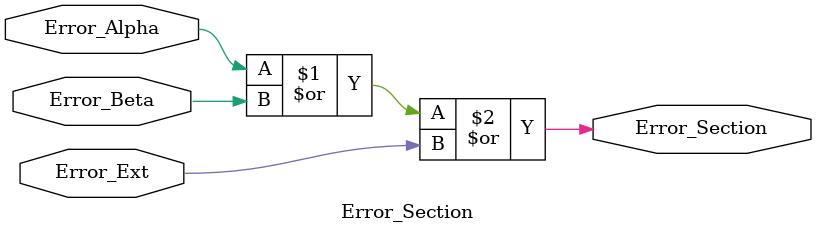
<source format=sv>
module Error_Section (input logic Error_Alpha,
                      input logic Error_Beta,
                      input logic Error_Ext,
                      output logic Error_Section);
                        
assign Error_Section = Error_Alpha | Error_Beta | Error_Ext;

endmodule

</source>
